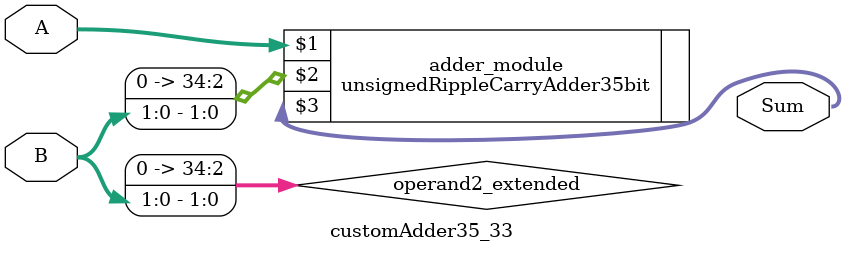
<source format=v>
module customAdder35_33(
                        input [34 : 0] A,
                        input [1 : 0] B,
                        
                        output [35 : 0] Sum
                );

        wire [34 : 0] operand2_extended;
        
        assign operand2_extended =  {33'b0, B};
        
        unsignedRippleCarryAdder35bit adder_module(
            A,
            operand2_extended,
            Sum
        );
        
        endmodule
        
</source>
